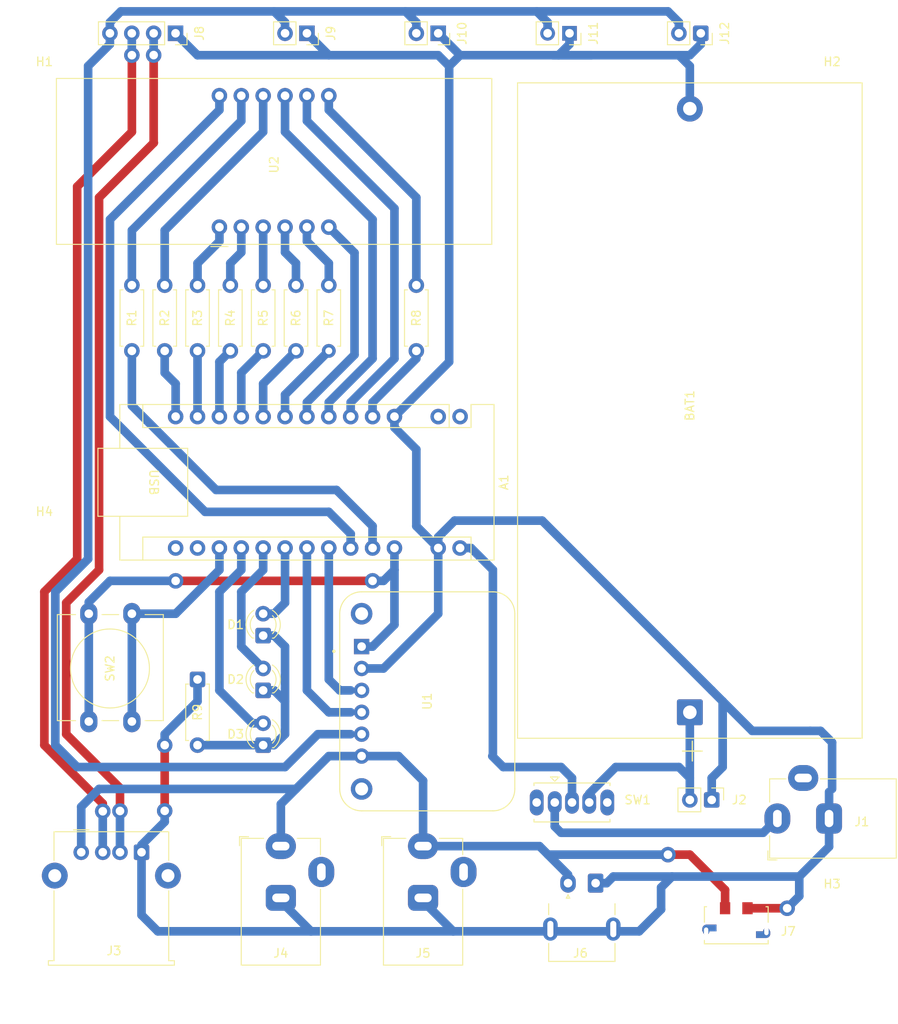
<source format=kicad_pcb>
(kicad_pcb (version 20241229) (generator "pcbnew") (generator_version "9.0")
  (layers (0 "F.Cu" signal) (2 "B.Cu" signal) (13 "F.Paste" user) (15 "B.Paste" user) (5 "F.SilkS" user "F.Silkscreen") (7 "B.SilkS" user "B.Silkscreen") (1 "F.Mask" user) (3 "B.Mask" user) (25 "Edge.Cuts" user))
  (net 0 "")
  (net 1 "I2C_SCL")
  (net 3 "PWR")
  (net 4 "DIG3")
  (net 5 "DIG4")
  (net 7 "Net-(A1-A0)")
  (net 8 "I2C_SDA")
  (net 9 "GND")
  (net 10 "Net-(A1-A1)")
  (net 11 "DIG1")
  (net 12 "Net-(A1-A3)")
  (net 13 "Net-(A1-A2)")
  (net 16 "DIG2")
  (net 17 "5V")
  (net 18 "Net-(BAT1-+)")
  (net 19 "Net-(D1-K)")
  (net 20 "VIN+")
  (net 21 "VIN-")
  (net 22 "DATA1+")
  (net 23 "DATA1-")
  (net 24 "SEG_A")
  (net 25 "SEG_F")
  (net 26 "SEG_B")
  (net 27 "SEG_G")
  (net 28 "SEG_C")
  (net 29 "SEG_P")
  (net 30 "SEG_D")
  (net 31 "SEG_E")
  (net 32 "Net-(U2-a)")
  (net 33 "Net-(U2-b)")
  (net 34 "Net-(U2-c)")
  (net 35 "Net-(U2-d)")
  (net 36 "Net-(U2-e)")
  (net 37 "Net-(U2-f)")
  (net 38 "Net-(U2-g)")
  (net 39 "Net-(U2-DPX)")
  (net 40 "Net-(SW1-A)")
  (footprint "Custom:USB_B_Mini_OTG_THT_Molex_548190519" (layer "F.Cu") (at 161.12 138.19925)
    (property "Reference" "J6" (at 1.44 7.85075 0) (layer "F.SilkS"))
    (property "Value" "USB_B_Mini")
    (pad "1" thru_hole oval (at 0 -0.275) (size 1.8 2.2) (drill 1) (layers "*.Cu" "*.Mask") (net 20 "VIN+"))
    (pad "5" thru_hole roundrect (at 3.2 -0.275) (size 1.8 2.2) (drill 1) (layers "*.Cu" "*.Mask") (roundrect_rratio 0.1388888889) (net 9 "GND"))
    (pad "11" thru_hole oval (at -2.05 5.05) (size 1.1225 2.245) (drill oval 0.7 1.9) (layers "*.Cu"))
    (pad "12" thru_hole oval (at 5.25 5.05) (size 1.1225 2.245) (drill oval 0.7 1.9) (layers "*.Cu"))
    (pad "S1" smd oval (at -2.05 5.05) (size 1.7 2.7) (layers "B.Cu"))
    (pad "S2" smd oval (at 5.25 5.05) (size 1.7 2.7) (layers "B.Cu"))
  )
  (footprint "Custom:INA219_Module_Adafruit" (layer "F.Cu") (at 144.78 116.84 -90)
    (property "Reference" "U1" (at 0 0 90) (layer "F.SilkS"))
    (property "Value" "INA219_Module")
    (pad "1" thru_hole rect (at -6.35 7.62 270) (size 1.778 1.778) (drill 1) (layers "*.Cu" "*.Mask") (net 17 "5V"))
    (pad "2" thru_hole circle (at -3.81 7.62 270) (size 1.778 1.778) (drill 1) (layers "*.Cu" "*.Mask") (net 9 "GND"))
    (pad "3" thru_hole circle (at -1.27 7.62 270) (size 1.778 1.778) (drill 1) (layers "*.Cu" "*.Mask") (net 1 "I2C_SCL"))
    (pad "4" thru_hole circle (at 1.27 7.62 270) (size 1.778 1.778) (drill 1) (layers "*.Cu" "*.Mask") (net 8 "I2C_SDA"))
    (pad "5" thru_hole circle (at 3.81 7.62 270) (size 1.778 1.778) (drill 1) (layers "*.Cu" "*.Mask") (net 21 "VIN-"))
    (pad "6" thru_hole circle (at 6.35 7.62 270) (size 1.778 1.778) (drill 1) (layers "*.Cu" "*.Mask") (net 20 "VIN+"))
    (pad "SH3" thru_hole circle (at -10.16 7.62 270) (size 2.5 2.5) (drill 1.5) (layers "*.Cu" "*.Mask"))
    (pad "SH4" thru_hole circle (at 10.16 7.62 270) (size 2.5 2.5) (drill 1.5) (layers "*.Cu" "*.Mask"))
  )
  (footprint "Connector_PinSocket_2.54mm:PinSocket_1x02_P2.54mm_Vertical" (layer "F.Cu") (at 176.53 39.37 -90)
    (property "Reference" "J12" (at 0 -2.77 90) (layer "F.SilkS"))
    (property "Value" "01x02")
    (pad "1" thru_hole roundrect (at 0 0 270) (size 1.8 1.8) (drill 1) (layers "*.Cu" "*.Mask") (roundrect_rratio 0.1388888889) (net 9 "GND"))
    (pad "2" thru_hole circle (at 0 2.54 270) (size 1.8 1.8) (drill 1) (layers "*.Cu" "*.Mask") (net 21 "VIN-"))
  )
  (footprint "Resistor_THT:R_Axial_DIN0207_L6.3mm_D2.5mm_P7.62mm_Horizontal" (layer "F.Cu") (at 118.11 121.92 90)
    (property "Reference" "R9" (at 3.81 0 90) (layer "F.SilkS"))
    (property "Value" "R1K")
    (pad "1" thru_hole circle (at 0 0 90) (size 1.8 1.8) (drill 1) (layers "*.Cu" "*.Mask") (net 19 "Net-(D1-K)"))
    (pad "2" thru_hole roundrect (at 7.62 0 90) (size 1.8 1.8) (drill 1) (layers "*.Cu" "*.Mask") (roundrect_rratio 0.15625) (net 9 "GND"))
  )
  (footprint "Custom:BatteryHolder_18650_X2" (layer "F.Cu") (at 175.26 118.11 90)
    (property "Reference" "BAT1" (at 35.56 0 90) (layer "F.SilkS"))
    (property "Value" "BAT_18650")
    (fp_text user "+" (at -4.5 0.05 90) (layer "F.SilkS") (effects (font (size 3 3))))
    (pad "" np_thru_hole circle (at 10.16 0 90) (size 3.2 3.2) (drill 3.2) (layers "*.Cu" "*.Mask"))
    (pad "" np_thru_hole circle (at 59.69 0 90) (size 3.2 3.2) (drill 3.2) (layers "*.Cu" "*.Mask"))
    (pad "1" thru_hole roundrect (at 0 0 90) (size 3 3) (drill 1.57) (layers "*.Cu" "*.Mask") (roundrect_rratio 0.083333) (net 18 "Net-(BAT1-+)"))
    (pad "2" thru_hole circle (at 70 0 90) (size 3 3) (drill 1.57) (layers "*.Cu" "*.Mask") (net 9 "GND"))
  )
  (footprint "Connector_PinSocket_2.54mm:PinSocket_1x04_P2.54mm_Vertical" (layer "F.Cu") (at 115.56 39.37 -90)
    (property "Reference" "J8" (at 0 -2.77 90) (layer "F.SilkS"))
    (property "Value" "01x04" (hide yes))
    (pad "1" thru_hole rect (at 0 0 270) (size 1.8 1.8) (drill 1) (layers "*.Cu" "*.Mask") (net 9 "GND"))
    (pad "2" thru_hole circle (at 0 2.54 270) (size 1.8 1.8) (drill 1) (layers "*.Cu" "*.Mask") (net 22 "DATA1+"))
    (pad "3" thru_hole circle (at 0 5.08 270) (size 1.8 1.8) (drill 1) (layers "*.Cu" "*.Mask") (net 23 "DATA1-"))
    (pad "4" thru_hole circle (at 0 7.62 270) (size 1.8 1.8) (drill 1) (layers "*.Cu" "*.Mask") (net 21 "VIN-"))
  )
  (footprint "MountingHole:MountingHole_2mm" (layer "F.Cu") (at 191.77 140.97)
    (property "Reference" "H3" (at 0 -2.95 0) (layer "F.SilkS"))
    (property "Value" "MountingHole")
    (pad "" np_thru_hole circle (at 0 0) (size 2 2) (drill 2) (layers "*.Cu" "*.Mask"))
  )
  (footprint "Resistor_THT:R_Axial_DIN0207_L6.3mm_D2.5mm_P7.62mm_Horizontal" (layer "F.Cu") (at 121.92 76.2 90)
    (property "Reference" "R4" (at 3.81 0 90) (layer "F.SilkS"))
    (property "Value" "R470")
    (pad "1" thru_hole circle (at 0 0 90) (size 1.8 1.8) (drill 1) (layers "*.Cu" "*.Mask") (net 30 "SEG_D"))
    (pad "2" thru_hole circle (at 7.62 0 90) (size 1.8 1.8) (drill 1) (layers "*.Cu" "*.Mask") (net 35 "Net-(U2-d)"))
  )
  (footprint "MountingHole:MountingHole_2mm" (layer "F.Cu") (at 100.33 97.79)
    (property "Reference" "H4" (at 0 -2.95 0) (layer "F.SilkS"))
    (property "Value" "MountingHole")
    (pad "" np_thru_hole circle (at 0 0) (size 2 2) (drill 2) (layers "*.Cu" "*.Mask"))
  )
  (footprint "Button_Switch_THT:SW_PUSH-12mm_Wuerth-430476085716" (layer "F.Cu") (at 110.49 106.68 -90)
    (property "Reference" "SW2" (at 6.35 2.54 270) (layer "F.SilkS"))
    (property "Value" "SW_Push")
    (pad "1" thru_hole oval (at 0 0 270) (size 2.5 2) (drill 1) (layers "*.Cu" "*.Mask") (net 7 "Net-(A1-A0)"))
    (pad "1" thru_hole oval (at 12.5 0 270) (size 2.5 2) (drill 1) (layers "*.Cu" "*.Mask") (net 7 "Net-(A1-A0)"))
    (pad "2" thru_hole oval (at 0 5 270) (size 2.5 2) (drill 1) (layers "*.Cu" "*.Mask") (net 17 "5V"))
    (pad "2" thru_hole oval (at 12.5 5 270) (size 2.5 2) (drill 1) (layers "*.Cu" "*.Mask") (net 17 "5V"))
  )
  (footprint "Custom:Arduino_Nano_v3" (layer "F.Cu") (at 148.59 83.82 -90)
    (property "Reference" "A1" (at 7.62 -5.08 90) (layer "F.SilkS"))
    (property "Value" "Arduino_Nano_v3.x")
    (fp_text user "USB" (at 7.62 35.56 270) (layer "F.SilkS"))
    (pad "1" thru_hole circle (at 0 0 270) (size 1.8 1.8) (drill 1) (layers "*.Cu" "*.Mask"))
    (pad "2" thru_hole circle (at 0 2.54 270) (size 1.8 1.8) (drill 1) (layers "*.Cu" "*.Mask"))
    (pad "4" thru_hole circle (at 0 7.62 270) (size 1.8 1.8) (drill 1) (layers "*.Cu" "*.Mask") (net 9 "GND"))
    (pad "5" thru_hole circle (at 0 10.16 270) (size 1.8 1.8) (drill 1) (layers "*.Cu" "*.Mask") (net 25 "SEG_F"))
    (pad "6" thru_hole circle (at 0 12.7 270) (size 1.8 1.8) (drill 1) (layers "*.Cu" "*.Mask") (net 4 "DIG3"))
    (pad "7" thru_hole circle (at 0 15.24 270) (size 1.8 1.8) (drill 1) (layers "*.Cu" "*.Mask") (net 16 "DIG2"))
    (pad "8" thru_hole circle (at 0 17.78 270) (size 1.8 1.8) (drill 1) (layers "*.Cu" "*.Mask") (net 5 "DIG4"))
    (pad "9" thru_hole circle (at 0 20.32 270) (size 1.8 1.8) (drill 1) (layers "*.Cu" "*.Mask") (net 27 "SEG_G"))
    (pad "10" thru_hole circle (at 0 22.86 270) (size 1.8 1.8) (drill 1) (layers "*.Cu" "*.Mask") (net 28 "SEG_C"))
    (pad "11" thru_hole circle (at 0 25.4 270) (size 1.8 1.8) (drill 1) (layers "*.Cu" "*.Mask") (net 29 "SEG_P"))
    (pad "12" thru_hole circle (at 0 27.94 270) (size 1.8 1.8) (drill 1) (layers "*.Cu" "*.Mask") (net 30 "SEG_D"))
    (pad "13" thru_hole circle (at 0 30.48 270) (size 1.8 1.8) (drill 1) (layers "*.Cu" "*.Mask") (net 31 "SEG_E"))
    (pad "14" thru_hole circle (at 0 33.02 270) (size 1.8 1.8) (drill 1) (layers "*.Cu" "*.Mask") (net 26 "SEG_B"))
    (pad "17" thru_hole circle (at 15.24 33.02 270) (size 1.8 1.8) (drill 1) (layers "*.Cu" "*.Mask"))
    (pad "18" thru_hole circle (at 15.24 30.48 270) (size 1.8 1.8) (drill 1) (layers "*.Cu" "*.Mask"))
    (pad "19" thru_hole circle (at 15.24 27.94 270) (size 1.8 1.8) (drill 1) (layers "*.Cu" "*.Mask") (net 7 "Net-(A1-A0)"))
    (pad "20" thru_hole circle (at 15.24 25.4 270) (size 1.8 1.8) (drill 1) (layers "*.Cu" "*.Mask") (net 10 "Net-(A1-A1)"))
    (pad "21" thru_hole circle (at 15.24 22.86 270) (size 1.8 1.8) (drill 1) (layers "*.Cu" "*.Mask") (net 13 "Net-(A1-A2)"))
    (pad "22" thru_hole circle (at 15.24 20.32 270) (size 1.8 1.8) (drill 1) (layers "*.Cu" "*.Mask") (net 12 "Net-(A1-A3)"))
    (pad "23" thru_hole circle (at 15.24 17.78 270) (size 1.8 1.8) (drill 1) (layers "*.Cu" "*.Mask") (net 8 "I2C_SDA"))
    (pad "24" thru_hole circle (at 15.24 15.24 270) (size 1.8 1.8) (drill 1) (layers "*.Cu" "*.Mask") (net 1 "I2C_SCL"))
    (pad "25" thru_hole circle (at 15.24 12.7 270) (size 1.8 1.8) (drill 1) (layers "*.Cu" "*.Mask") (net 11 "DIG1"))
    (pad "26" thru_hole circle (at 15.24 10.16 270) (size 1.8 1.8) (drill 1) (layers "*.Cu" "*.Mask") (net 24 "SEG_A"))
    (pad "27" thru_hole circle (at 15.24 7.62 270) (size 1.8 1.8) (drill 1) (layers "*.Cu" "*.Mask") (net 17 "5V"))
    (pad "29" thru_hole circle (at 15.24 2.54 270) (size 1.8 1.8) (drill 1) (layers "*.Cu" "*.Mask") (net 9 "GND"))
    (pad "30" thru_hole circle (at 15.24 0 270) (size 1.8 1.8) (drill 1) (layers "*.Cu" "*.Mask") (net 3 "PWR"))
  )
  (footprint "LED_THT:LED_D3.0mm" (layer "F.Cu") (at 125.73 109.22 90)
    (property "Reference" "D1" (at 1.27 -3.2 180) (layer "F.SilkS"))
    (property "Value" "LED" (hide yes))
    (pad "1" thru_hole roundrect (at 0 0 90) (size 1.8 1.8) (drill 1) (layers "*.Cu" "*.Mask") (roundrect_rratio 0.1388888889) (net 19 "Net-(D1-K)"))
    (pad "2" thru_hole circle (at 2.54 0 90) (size 1.8 1.8) (drill 1) (layers "*.Cu" "*.Mask") (net 12 "Net-(A1-A3)"))
  )
  (footprint "Resistor_THT:R_Axial_DIN0207_L6.3mm_D2.5mm_P7.62mm_Horizontal" (layer "F.Cu") (at 114.3 76.2 90)
    (property "Reference" "R2" (at 3.81 0 90) (layer "F.SilkS"))
    (property "Value" "R470")
    (pad "1" thru_hole circle (at 0 0 90) (size 1.8 1.8) (drill 1) (layers "*.Cu" "*.Mask") (net 26 "SEG_B"))
    (pad "2" thru_hole circle (at 7.62 0 90) (size 1.8 1.8) (drill 1) (layers "*.Cu" "*.Mask") (net 37 "Net-(U2-f)"))
  )
  (footprint "Connector_PinSocket_2.54mm:PinSocket_1x02_P2.54mm_Vertical" (layer "F.Cu") (at 146.05 39.37 -90)
    (property "Reference" "J10" (at 0 -2.77 90) (layer "F.SilkS"))
    (property "Value" "01x02" (hide yes))
    (pad "1" thru_hole rect (at 0 0 270) (size 1.8 1.8) (drill 1) (layers "*.Cu" "*.Mask") (net 9 "GND"))
    (pad "2" thru_hole circle (at 0 2.54 270) (size 1.8 1.8) (drill 1) (layers "*.Cu" "*.Mask") (net 21 "VIN-"))
  )
  (footprint "Custom:USB_B_Micro_THT_Amphenol_101181940011LF" (layer "F.Cu") (at 180.65 143.51)
    (property "Reference" "J7" (at 6.04 0 0) (layer "F.SilkS"))
    (property "Value" "USB_B_Micro")
    (pad "1" smd rect (at -1.3 -2.675) (size 1.2 1.4) (layers "F.Cu" "F.Mask" "F.Paste") (net 20 "VIN+"))
    (pad "5" smd rect (at 1.3 -2.675) (size 1.2 1.4) (layers "F.Cu" "F.Mask" "F.Paste") (net 9 "GND"))
    (pad "S2" thru_hole custom (at -3.5 0) (size 0.775 0.9) (drill oval 0.5 1.15) (layers "*.Cu") (options (clearance outline) (anchor circle)) (primitives (gr_poly (pts (xy -0.25 0) (xy -0.445 0) (xy -0.445 -0.275) (xy -0.444 -0.301) (xy -0.442 -0.327) (xy -0.439 -0.353) (xy -0.434 -0.379) (xy -0.428 -0.404) (xy -0.421 -0.43) (xy -0.412 -0.454) (xy -0.402 -0.478) (xy -0.391 -0.502) (xy -0.378 -0.525) (xy -0.364 -0.547) (xy -0.35 -0.569) (xy -0.334 -0.59) (xy -0.317 -0.61) (xy -0.299 -0.629) (xy -0.28 -0.647) (xy -0.26 -0.664) (xy -0.239 -0.68) (xy -0.217 -0.694) (xy -0.195 -0.708) (xy -0.172 -0.721) (xy -0.148 -0.732) (xy -0.124 -0.742) (xy -0.1 -0.751) (xy -0.074 -0.758) (xy -0.049 -0.764) (xy -0.023 -0.769) (xy 0.003 -0.772) (xy 0.029 -0.774) (xy 0.055 -0.775) (xy 1.2 -0.775) (xy 1.2 0) (xy 0.25 0) (xy 0.25 -0.013) (xy 0.249 -0.026) (xy 0.247 -0.039) (xy 0.245 -0.052) (xy 0.241 -0.065) (xy 0.238 -0.077) (xy 0.233 -0.09) (xy 0.228 -0.102) (xy 0.223 -0.113) (xy 0.217 -0.125) (xy 0.21 -0.136) (xy 0.202 -0.147) (xy 0.194 -0.157) (xy 0.186 -0.167) (xy 0.177 -0.177) (xy 0.167 -0.186) (xy 0.157 -0.194) (xy 0.147 -0.202) (xy 0.136 -0.21) (xy 0.125 -0.217) (xy 0.113 -0.223) (xy 0.102 -0.228) (xy 0.09 -0.233) (xy 0.077 -0.238) (xy 0.065 -0.241) (xy 0.052 -0.245) (xy 0.039 -0.247) (xy 0.026 -0.249) (xy 0.013 -0.25) (xy 0 -0.25) (xy -0.013 -0.25) (xy -0.026 -0.249) (xy -0.039 -0.247) (xy -0.052 -0.245) (xy -0.065 -0.241) (xy -0.077 -0.238) (xy -0.09 -0.233) (xy -0.102 -0.228) (xy -0.113 -0.223) (xy -0.125 -0.217) (xy -0.136 -0.21) (xy -0.147 -0.202) (xy -0.157 -0.194) (xy -0.167 -0.186) (xy -0.177 -0.177) (xy -0.186 -0.167) (xy -0.194 -0.157) (xy -0.202 -0.147) (xy -0.21 -0.136) (xy -0.217 -0.125) (xy -0.223 -0.113) (xy -0.228 -0.102) (xy -0.233 -0.09) (xy -0.238 -0.077) (xy -0.241 -0.065) (xy -0.245 -0.052) (xy -0.247 -0.039) (xy -0.249 -0.026) (xy -0.25 -0.013) (xy -0.25 0)) (width 0.01) (fill yes))))
    (pad "S5" thru_hole custom (at 3.5 0) (size 0.775 0.9) (drill oval 0.5 1.15) (layers "*.Cu") (options (clearance outline) (anchor circle)) (primitives (gr_poly (pts (xy 0.25 0) (xy 0.445 0) (xy 0.445 0.275) (xy 0.444 0.301) (xy 0.442 0.327) (xy 0.439 0.353) (xy 0.434 0.379) (xy 0.428 0.404) (xy 0.421 0.43) (xy 0.412 0.454) (xy 0.402 0.478) (xy 0.391 0.502) (xy 0.378 0.525) (xy 0.364 0.547) (xy 0.35 0.569) (xy 0.334 0.59) (xy 0.317 0.61) (xy 0.299 0.629) (xy 0.28 0.647) (xy 0.26 0.664) (xy 0.239 0.68) (xy 0.217 0.694) (xy 0.195 0.708) (xy 0.172 0.721) (xy 0.148 0.732) (xy 0.124 0.742) (xy 0.1 0.751) (xy 0.074 0.758) (xy 0.049 0.764) (xy 0.023 0.769) (xy -0.003 0.772) (xy -0.029 0.774) (xy -0.055 0.775) (xy -1.2 0.775) (xy -1.2 0) (xy -0.25 0) (xy -0.25 0.013) (xy -0.249 0.026) (xy -0.247 0.039) (xy -0.245 0.052) (xy -0.241 0.065) (xy -0.238 0.077) (xy -0.233 0.09) (xy -0.228 0.102) (xy -0.223 0.113) (xy -0.217 0.125) (xy -0.21 0.136) (xy -0.202 0.147) (xy -0.194 0.157) (xy -0.186 0.167) (xy -0.177 0.177) (xy -0.167 0.186) (xy -0.157 0.194) (xy -0.147 0.202) (xy -0.136 0.21) (xy -0.125 0.217) (xy -0.113 0.223) (xy -0.102 0.228) (xy -0.09 0.233) (xy -0.077 0.238) (xy -0.065 0.241) (xy -0.052 0.245) (xy -0.039 0.247) (xy -0.026 0.249) (xy -0.013 0.25) (xy 0 0.25) (xy 0.013 0.25) (xy 0.026 0.249) (xy 0.039 0.247) (xy 0.052 0.245) (xy 0.065 0.241) (xy 0.077 0.238) (xy 0.09 0.233) (xy 0.102 0.228) (xy 0.113 0.223) (xy 0.125 0.217) (xy 0.136 0.21) (xy 0.147 0.202) (xy 0.157 0.194) (xy 0.167 0.186) (xy 0.177 0.177) (xy 0.186 0.167) (xy 0.194 0.157) (xy 0.202 0.147) (xy 0.21 0.136) (xy 0.217 0.125) (xy 0.223 0.113) (xy 0.228 0.102) (xy 0.233 0.09) (xy 0.238 0.077) (xy 0.241 0.065) (xy 0.245 0.052) (xy 0.247 0.039) (xy 0.249 0.026) (xy 0.25 0.013) (xy 0.25 0)) (width 0.01) (fill yes))))
  )
  (footprint "Button_Switch_THT:SW_Slide_SPDT_Straight_CK_OS102011MS2Q" (layer "F.Cu") (at 159.58 128.5675)
    (property "Reference" "SW1" (at 9.62 -0.2975 0) (layer "F.SilkS"))
    (property "Value" "SW_SPDT")
    (pad "" thru_hole oval (at -2.1 0) (size 1.6 3) (drill 1) (layers "*.Cu" "*.Mask"))
    (pad "" thru_hole oval (at 6.1 0) (size 1.6 3) (drill 1) (layers "*.Cu" "*.Mask"))
    (pad "1" thru_hole oval (at 0 0) (size 1.6 2.6) (drill 1) (layers "*.Cu" "*.Mask") (net 40 "Net-(SW1-A)"))
    (pad "2" thru_hole oval (at 2 0) (size 1.6 2.6) (drill 1) (layers "*.Cu" "*.Mask") (net 3 "PWR"))
    (pad "3" thru_hole oval (at 4 0) (size 1.6 2.6) (drill 1) (layers "*.Cu" "*.Mask") (net 18 "Net-(BAT1-+)"))
  )
  (footprint "Resistor_THT:R_Axial_DIN0207_L6.3mm_D2.5mm_P7.62mm_Horizontal" (layer "F.Cu") (at 143.51 76.2 90)
    (property "Reference" "R8" (at 3.81 0 90) (layer "F.SilkS"))
    (property "Value" "R470")
    (pad "1" thru_hole circle (at 0 0 90) (size 1.8 1.8) (drill 1) (layers "*.Cu" "*.Mask") (net 25 "SEG_F"))
    (pad "2" thru_hole circle (at 7.62 0 90) (size 1.8 1.8) (drill 1) (layers "*.Cu" "*.Mask") (net 33 "Net-(U2-b)"))
  )
  (footprint "Connector_BarrelJack:BarrelJack_Horizontal" (layer "F.Cu") (at 144.2925 133.63 90)
    (property "Reference" "J5" (at -12.42 0 180) (layer "F.SilkS"))
    (property "Value" "Jack_DC")
    (pad "1" thru_hole oval (at 0 0 90) (size 3 3.5) (drill oval 1 2) (layers "*.Cu" "*.Mask") (net 20 "VIN+"))
    (pad "2" thru_hole roundrect (at -6 0 90) (size 3 3.5) (drill oval 1 2) (layers "*.Cu" "*.Mask") (net 9 "GND"))
    (pad "3" thru_hole oval (at -3 4.7 90) (size 3.5 3) (drill oval 2 1) (layers "*.Cu" "*.Mask"))
  )
  (footprint "Connector_USB:USB_A_Molex_67643_Horizontal" (layer "F.Cu") (at 104.61 134.34)
    (property "Reference" "J3" (at 3.81 11.43 0) (layer "F.SilkS"))
    (property "Value" "USB_A")
    (pad "1" thru_hole circle (at 0 0) (size 1.8 1.8) (drill 1) (layers "*.Cu" "*.Mask") (net 20 "VIN+"))
    (pad "2" thru_hole circle (at 2.5 0) (size 1.8 1.8) (drill 1) (layers "*.Cu" "*.Mask") (net 23 "DATA1-"))
    (pad "3" thru_hole circle (at 4.5 0) (size 1.8 1.8) (drill 1) (layers "*.Cu" "*.Mask") (net 22 "DATA1+"))
    (pad "4" thru_hole roundrect (at 7 0) (size 1.8 1.8) (drill 1) (layers "*.Cu" "*.Mask") (roundrect_rratio 0.1388888889) (net 9 "GND"))
    (pad "5" thru_hole circle (at -3.07 2.71) (size 3 3) (drill 1.5) (layers "*.Cu" "*.Mask"))
    (pad "5" thru_hole circle (at 10.07 2.71) (size 3 3) (drill 1.5) (layers "*.Cu" "*.Mask"))
  )
  (footprint "Resistor_THT:R_Axial_DIN0207_L6.3mm_D2.5mm_P7.62mm_Horizontal" (layer "F.Cu") (at 125.73 76.2 90)
    (property "Reference" "R5" (at 3.81 0 90) (layer "F.SilkS"))
    (property "Value" "R470")
    (pad "1" thru_hole circle (at 0 0 90) (size 1.8 1.8) (drill 1) (layers "*.Cu" "*.Mask") (net 29 "SEG_P"))
    (pad "2" thru_hole circle (at 7.62 0 90) (size 1.8 1.8) (drill 1) (layers "*.Cu" "*.Mask") (net 39 "Net-(U2-DPX)"))
  )
  (footprint "MountingHole:MountingHole_2mm" (layer "F.Cu") (at 100.33 39.37)
    (property "Reference" "H1" (at 0 3.3 0) (layer "F.SilkS"))
    (property "Value" "MountingHole")
    (pad "" np_thru_hole circle (at 0 0) (size 2 2) (drill 2) (layers "*.Cu" "*.Mask"))
  )
  (footprint "Connector_BarrelJack:BarrelJack_Horizontal" (layer "F.Cu") (at 127.7825 133.63 90)
    (property "Reference" "J4" (at -12.42 0 180) (layer "F.SilkS"))
    (property "Value" "Jack_DC")
    (pad "1" thru_hole oval (at 0 0 90) (size 3 3.5) (drill oval 1 2) (layers "*.Cu" "*.Mask") (net 20 "VIN+"))
    (pad "2" thru_hole roundrect (at -6 0 90) (size 3 3.5) (drill oval 1 2) (layers "*.Cu" "*.Mask") (net 9 "GND"))
    (pad "3" thru_hole oval (at -3 4.7 90) (size 3.5 3) (drill oval 2 1) (layers "*.Cu" "*.Mask"))
  )
  (footprint "Resistor_THT:R_Axial_DIN0207_L6.3mm_D2.5mm_P7.62mm_Horizontal" (layer "F.Cu") (at 133.35 76.2 90)
    (property "Reference" "R7" (at 3.81 0 90) (layer "F.SilkS"))
    (property "Value" "R470")
    (pad "1" thru_hole circle (at 0 0 90) (size 1.6 1.6) (drill 0.8) (layers "*.Cu" "*.Mask") (net 27 "SEG_G"))
    (pad "2" thru_hole circle (at 7.62 0 90) (size 1.8 1.8) (drill 1) (layers "*.Cu" "*.Mask") (net 38 "Net-(U2-g)"))
  )
  (footprint "Connector_PinSocket_2.54mm:PinSocket_1x02_P2.54mm_Vertical" (layer "F.Cu") (at 161.29 39.37 -90)
    (property "Reference" "J11" (at 0 -2.77 90) (layer "F.SilkS"))
    (property "Value" "01x02")
    (pad "1" thru_hole rect (at 0 0 270) (size 1.7 1.7) (drill 1) (layers "*.Cu" "*.Mask") (net 9 "GND"))
    (pad "2" thru_hole circle (at 0 2.54 270) (size 1.7 1.7) (drill 1) (layers "*.Cu" "*.Mask") (net 21 "VIN-"))
  )
  (footprint "Connector_PinSocket_2.54mm:PinSocket_1x02_P2.54mm_Vertical" (layer "F.Cu") (at 130.81 39.37 -90)
    (property "Reference" "J9" (at 0 -2.77 90) (layer "F.SilkS"))
    (property "Value" "01x02" (hide yes))
    (pad "1" thru_hole rect (at 0 0 270) (size 1.8 1.8) (drill 1) (layers "*.Cu" "*.Mask") (net 9 "GND"))
    (pad "2" thru_hole circle (at 0 2.54 270) (size 1.8 1.8) (drill 1) (layers "*.Cu" "*.Mask") (net 21 "VIN-"))
  )
  (footprint "Connector_BarrelJack:BarrelJack_Horizontal" (layer "F.Cu") (at 185.42 130.43 180)
    (property "Reference" "J1" (at -9.81 -0.38 0) (layer "F.SilkS"))
    (property "Value" "Jack_DC")
    (pad "1" thru_hole oval (at 0 0 180) (size 3 3.5) (drill oval 1 2) (layers "*.Cu" "*.Mask") (net 40 "Net-(SW1-A)"))
    (pad "2" thru_hole roundrect (at -6 0 180) (size 3 3.5) (drill oval 1 2) (layers "*.Cu" "*.Mask") (net 9 "GND"))
    (pad "3" thru_hole oval (at -3 4.7 180) (size 3.5 3) (drill oval 2 1) (layers "*.Cu" "*.Mask"))
  )
  (footprint "Connector_PinHeader_2.54mm:PinHeader_1x02_P2.54mm_Vertical" (layer "F.Cu") (at 177.8 128.27 -90)
    (property "Reference" "J2" (at 0 -3.2 180) (layer "F.SilkS"))
    (property "Value" "01x02")
    (pad "1" thru_hole roundrect (at 0 0 270) (size 1.8 1.8) (drill 1) (layers "*.Cu" "*.Mask") (roundrect_rratio 0.1388888889) (net 9 "GND"))
    (pad "2" thru_hole circle (at 0 2.54 270) (size 1.8 1.8) (drill 1) (layers "*.Cu" "*.Mask") (net 18 "Net-(BAT1-+)"))
  )
  (footprint "Resistor_THT:R_Axial_DIN0207_L6.3mm_D2.5mm_P7.62mm_Horizontal" (layer "F.Cu") (at 118.11 76.2 90)
    (property "Reference" "R3" (at 3.81 0 90) (layer "F.SilkS"))
    (property "Value" "R470")
    (pad "1" thru_hole circle (at 0 0 90) (size 1.8 1.8) (drill 1) (layers "*.Cu" "*.Mask") (net 31 "SEG_E"))
    (pad "2" thru_hole circle (at 7.62 0 90) (size 1.8 1.8) (drill 1) (layers "*.Cu" "*.Mask") (net 36 "Net-(U2-e)"))
  )
  (footprint "LED_THT:LED_D3.0mm" (layer "F.Cu") (at 125.73 121.92 90)
    (property "Reference" "D3" (at 1.27 -3.2 180) (layer "F.SilkS"))
    (property "Value" "LED" (hide yes))
    (pad "1" thru_hole roundrect (at 0 0 90) (size 1.8 1.8) (drill 1) (layers "*.Cu" "*.Mask") (roundrect_rratio 0.1388888889) (net 19 "Net-(D1-K)"))
    (pad "2" thru_hole circle (at 2.54 0 90) (size 1.8 1.8) (drill 1) (layers "*.Cu" "*.Mask") (net 10 "Net-(A1-A1)"))
  )
  (footprint "LED_THT:LED_D3.0mm" (layer "F.Cu") (at 125.73 115.57 90)
    (property "Reference" "D2" (at 1.27 -3.2 180) (layer "F.SilkS"))
    (property "Value" "LED" (hide yes))
    (pad "1" thru_hole roundrect (at 0 0 90) (size 1.8 1.8) (drill 1) (layers "*.Cu" "*.Mask") (roundrect_rratio 0.1388888889) (net 19 "Net-(D1-K)"))
    (pad "2" thru_hole circle (at 2.54 0 90) (size 1.8 1.8) (drill 1) (layers "*.Cu" "*.Mask") (net 13 "Net-(A1-A2)"))
  )
  (footprint "MountingHole:MountingHole_2mm" (layer "F.Cu") (at 191.77 39.37)
    (property "Reference" "H2" (at 0 3.3 0) (layer "F.SilkS"))
    (property "Value" "MountingHole")
    (pad "" np_thru_hole circle (at 0 0) (size 2 2) (drill 2) (layers "*.Cu" "*.Mask"))
  )
  (footprint "Resistor_THT:R_Axial_DIN0207_L6.3mm_D2.5mm_P7.62mm_Horizontal" (layer "F.Cu") (at 110.49 76.2 90)
    (property "Reference" "R1" (at 3.81 0 90) (layer "F.SilkS"))
    (property "Value" "R470")
    (pad "1" thru_hole circle (at 0 0 90) (size 1.8 1.8) (drill 1) (layers "*.Cu" "*.Mask") (net 24 "SEG_A"))
    (pad "2" thru_hole circle (at 7.62 0 90) (size 1.8 1.8) (drill 1) (layers "*.Cu" "*.Mask") (net 32 "Net-(U2-a)"))
  )
  (footprint "Resistor_THT:R_Axial_DIN0207_L6.3mm_D2.5mm_P7.62mm_Horizontal" (layer "F.Cu") (at 129.54 76.2 90)
    (property "Reference" "R6" (at 3.81 0 90) (layer "F.SilkS"))
    (property "Value" "R470")
    (pad "1" thru_hole circle (at 0 0 90) (size 1.8 1.8) (drill 1) (layers "*.Cu" "*.Mask") (net 28 "SEG_C"))
    (pad "2" thru_hole circle (at 7.62 0 90) (size 1.8 1.8) (drill 1) (layers "*.Cu" "*.Mask") (net 34 "Net-(U2-c)"))
  )
  (footprint "Display_7Segment:CA56-12CGKWA" (layer "F.Cu") (at 120.65 61.85 90)
    (property "Reference" "U2" (at 7.24 6.35 90) (layer "F.SilkS"))
    (property "Value" "CA56-12CGKWA")
    (pad "1" thru_hole circle (at 0 0 90) (size 1.8 1.8) (drill 1) (layers "*.Cu" "*.Mask") (net 36 "Net-(U2-e)"))
    (pad "2" thru_hole circle (at 0 2.54 90) (size 1.8 1.8) (drill 1) (layers "*.Cu" "*.Mask") (net 35 "Net-(U2-d)"))
    (pad "3" thru_hole circle (at 0 5.08 90) (size 1.8 1.8) (drill 1) (layers "*.Cu" "*.Mask") (net 39 "Net-(U2-DPX)"))
    (pad "4" thru_hole circle (at 0 7.62 90) (size 1.8 1.8) (drill 1) (layers "*.Cu" "*.Mask") (net 34 "Net-(U2-c)"))
    (pad "5" thru_hole circle (at 0 10.16 90) (size 1.8 1.8) (drill 1) (layers "*.Cu" "*.Mask") (net 38 "Net-(U2-g)"))
    (pad "6" thru_hole circle (at 0 12.7 90) (size 1.8 1.8) (drill 1) (layers "*.Cu" "*.Mask") (net 5 "DIG4"))
    (pad "7" thru_hole circle (at 15.24 12.7 90) (size 1.8 1.8) (drill 1) (layers "*.Cu" "*.Mask") (net 33 "Net-(U2-b)"))
    (pad "8" thru_hole circle (at 15.24 10.16 90) (size 1.8 1.8) (drill 1) (layers "*.Cu" "*.Mask") (net 4 "DIG3"))
    (pad "9" thru_hole circle (at 15.24 7.62 90) (size 1.8 1.8) (drill 1) (layers "*.Cu" "*.Mask") (net 16 "DIG2"))
    (pad "10" thru_hole circle (at 15.24 5.08 90) (size 1.8 1.8) (drill 1) (layers "*.Cu" "*.Mask") (net 37 "Net-(U2-f)"))
    (pad "11" thru_hole circle (at 15.24 2.54 90) (size 1.8 1.8) (drill 1) (layers "*.Cu" "*.Mask") (net 32 "Net-(U2-a)"))
    (pad "12" thru_hole circle (at 15.24 0 90) (size 1.8 1.8) (drill 1) (layers "*.Cu" "*.Mask") (net 11 "DIG1"))
  )
  (segment (start 133.35 114.3) (end 133.35 99.06) (width 1) (layer "B.Cu") (net 1))
  (segment (start 135.89 115.57) (end 134.62 115.57) (width 1) (layer "B.Cu") (net 1))
  (segment (start 134.62 115.57) (end 133.35 114.3) (width 1) (layer "B.Cu") (net 1))
  (segment (start 153.595 124.46) (end 152.325 123.19) (width 1) (layer "B.Cu") (net 3))
  (segment (start 152.4 123.19) (end 152.4 101.6) (width 1) (layer "B.Cu") (net 3))
  (segment (start 149.86 99.06) (end 148.59 99.06) (width 1) (layer "B.Cu") (net 3))
  (segment (start 161.58 128.5675) (end 161.58 125.73) (width 1) (layer "B.Cu") (net 3))
  (segment (start 161.58 125.73) (end 160.31 124.46) (width 1) (layer "B.Cu") (net 3))
  (segment (start 153.595 124.46) (end 160.31 124.46) (width 1) (layer "B.Cu") (net 3))
  (segment (start 152.4 101.6) (end 149.86 99.06) (width 1) (layer "B.Cu") (net 3))
  (segment (start 135.89 83.82) (end 135.89 82.17) (width 1) (layer "B.Cu") (net 4))
  (segment (start 135.89 82.17) (end 140.97 77.09) (width 1) (layer "B.Cu") (net 4))
  (segment (start 130.81 49.53) (end 130.81 46.61) (width 1) (layer "B.Cu") (net 4))
  (segment (start 140.97 77.09) (end 140.97 59.69) (width 1) (layer "B.Cu") (net 4))
  (segment (start 140.97 59.69) (end 130.81 49.53) (width 1) (layer "B.Cu") (net 4))
  (segment (start 133.35 61.85) (end 136.335 64.835) (width 1) (layer "B.Cu") (net 5))
  (segment (start 130.81 83.82) (end 130.81 82.17) (width 1) (layer "B.Cu") (net 5))
  (segment (start 130.81 82.17) (end 136.335 76.645) (width 1) (layer "B.Cu") (net 5))
  (segment (start 136.335 64.835) (end 136.335 76.645) (width 1) (layer "B.Cu") (net 5))
  (segment (start 120.65 99.95) (end 120.65 101.6) (width 1) (layer "B.Cu") (net 7))
  (segment (start 110.49 106.68) (end 115.57 106.68) (width 1) (layer "B.Cu") (net 7))
  (segment (start 110.49 119.18) (end 110.49 106.68) (width 1) (layer "B.Cu") (net 7))
  (segment (start 120.65 101.6) (end 115.57 106.68) (width 1) (layer "B.Cu") (net 7))
  (segment (start 135.89 118.11) (end 133.35 118.11) (width 1) (layer "B.Cu") (net 8))
  (segment (start 130.81 115.57) (end 130.81 99.95) (width 1) (layer "B.Cu") (net 8))
  (segment (start 133.35 118.11) (end 130.81 115.57) (width 1) (layer "B.Cu") (net 8))
  (segment (start 114.3 121.92) (end 114.3 129.54) (width 1) (layer "F.Cu") (net 9))
  (segment (start 181.95 140.835) (end 186.555 140.835) (width 1) (layer "F.Cu") (net 9))
  (via (at 114.3 121.92) (size 1.8) (drill 1) (layers "F.Cu" "B.Cu") (net 9))
  (via (at 186.555 140.835) (size 1.8) (drill 1) (layers "F.Cu" "B.Cu") (net 9))
  (via (at 114.3 129.54) (size 1.8) (drill 1) (layers "F.Cu" "B.Cu") (net 9))
  (segment (start 191.77 127) (end 191.77 121.605) (width 1) (layer "B.Cu") (net 9))
  (segment (start 131.28 143.51) (end 147.79 143.51) (width 1) (layer "B.Cu") (net 9))
  (segment (start 146.05 99.06) (end 143.51 96.52) (width 1) (layer "B.Cu") (net 9))
  (segment (start 139.7 113.03) (end 146.05 106.68) (width 1) (layer "B.Cu") (net 9))
  (segment (start 111.61 133.5) (end 111.61 134.34) (width 1) (layer "B.Cu") (net 9))
  (segment (start 166.37 137.16) (end 165.60575 137.92425) (width 1) (layer "B.Cu") (net 9))
  (segment (start 146.05 106.68) (end 146.05 99.06) (width 1) (layer "B.Cu") (net 9))
  (segment (start 143.51 87.63) (end 140.97 85.09) (width 1) (layer "B.Cu") (net 9))
  (segment (start 175.26 48.11) (end 175.26 43.18) (width 1) (layer "B.Cu") (net 9))
  (segment (start 143.51 96.52) (end 143.51 87.63) (width 1) (layer "B.Cu") (net 9))
  (segment (start 176.53 40.64) (end 175.26 41.91) (width 1) (layer "B.Cu") (net 9))
  (segment (start 137.16 113.03) (end 139.7 113.03) (width 1) (layer "B.Cu") (net 9))
  (segment (start 111.61 134.62) (end 111.61 141.62) (width 1) (layer "B.Cu") (net 9))
  (segment (start 179.07 124.46) (end 179.07 116.84) (width 1) (layer "B.Cu") (net 9))
  (segment (start 161.29 39.37) (end 161.29 40.64) (width 1) (layer "B.Cu") (net 9))
  (segment (start 173.99 41.91) (end 175.26 41.91) (width 1) (layer "B.Cu") (net 9))
  (segment (start 191.77 121.605) (end 190.435 120.27) (width 1) (layer "B.Cu") (net 9))
  (segment (start 173.19 137.16) (end 187.96 137.16) (width 1) (layer "B.Cu") (net 9))
  (segment (start 190.435 120.27) (end 189.23 120.27) (width 1) (layer "B.Cu") (net 9))
  (segment (start 114.3 120.65) (end 118.11 116.84) (width 1) (layer "B.Cu") (net 9))
  (segment (start 118.1 41.91) (end 146.05 41.91) (width 1) (layer "B.Cu") (net 9))
  (segment (start 191.42 130.43) (end 191.42 127.35) (width 1) (layer "B.Cu") (net 9))
  (segment (start 187.96 137.16) (end 191.42 133.7) (width 1) (layer "B.Cu") (net 9))
  (segment (start 115.56 39.37) (end 118.1 41.91) (width 1) (layer "B.Cu") (net 9))
  (segment (start 114.3 121.92) (end 114.3 120.65) (width 1) (layer "B.Cu") (net 9))
  (segment (start 189.23 120.27) (end 182.5 120.27) (width 1) (layer "B.Cu") (net 9))
  (segment (start 177.8 125.73) (end 179.07 124.46) (width 1) (layer "B.Cu") (net 9))
  (segment (start 144.2925 140.0125) (end 147.79 143.51) (width 1) (layer "B.Cu") (net 9))
  (segment (start 171.92 140.97) (end 171.92 138.43) (width 1) (layer "B.Cu") (net 9))
  (segment (start 165.60575 137.92425) (end 164.32 137.92425) (width 1) (layer "B.Cu") (net 9))
  (segment (start 177.8 115.57) (end 158.115 95.885) (width 1) (layer "B.Cu") (net 9))
  (segment (start 187.96 139.43) (end 187.96 137.16) (width 1) (layer "B.Cu") (net 9))
  (segment (start 182.5 120.27) (end 179.07 116.84) (width 1) (layer "B.Cu") (net 9))
  (segment (start 147.32 43.18) (end 147.32 77.47) (width 1) (layer "B.Cu") (net 9))
  (segment (start 179.07 116.84) (end 177.8 115.57) (width 1) (layer "B.Cu") (net 9))
  (segment (start 186.555 140.835) (end 187.96 139.43) (width 1) (layer "B.Cu") (net 9))
  (segment (start 146.05 97.79) (end 146.05 99.06) (width 1) (layer "B.Cu") (net 9))
  (segment (start 169.38 143.51) (end 171.92 140.97) (width 1) (layer "B.Cu") (net 9))
  (segment (start 146.05 39.37) (end 148.59 41.91) (width 1) (layer "B.Cu") (net 9))
  (segment (start 118.11 116.84) (end 118.11 114.3) (width 1) (layer "B.Cu") (net 9))
  (segment (start 159.385 41.91) (end 173.99 41.91) (width 1) (layer "B.Cu") (net 9))
  (segment (start 113.5 143.51) (end 131.28 143.51) (width 1) (layer "B.Cu") (net 9))
  (segment (start 140.97 85.09) (end 140.97 83.82) (width 1) (layer "B.Cu") (net 9))
  (segment (start 114.3 130.81) (end 111.61 133.5) (width 1) (layer "B.Cu") (net 9))
  (segment (start 177.8 128.27) (end 177.8 125.73) (width 1) (layer "B.Cu") (net 9))
  (segment (start 175.26 43.18) (end 173.99 41.91) (width 1) (layer "B.Cu") (net 9))
  (segment (start 130.81 39.37) (end 133.35 41.91) (width 1) (layer "B.Cu") (net 9))
  (segment (start 147.32 77.47) (end 140.97 83.82) (width 1) (layer "B.Cu") (net 9))
  (segment (start 173.19 137.16) (end 166.37 137.16) (width 1) (layer "B.Cu") (net 9))
  (segment (start 163.83 41.91) (end 148.59 41.91) (width 1) (layer "B.Cu") (net 9))
  (segment (start 147.79 143.51) (end 169.38 143.51) (width 1) (layer "B.Cu") (net 9))
  (segment (start 176.53 39.37) (end 176.53 40.64) (width 1) (layer "B.Cu") (net 9))
  (segment (start 147.955 95.885) (end 158.115 95.885) (width 1) (layer "B.Cu") (net 9))
  (segment (start 147.32 43.18) (end 146.05 41.91) (width 1) (layer "B.Cu") (net 9))
  (segment (start 147.955 95.885) (end 146.05 97.79) (width 1) (layer "B.Cu") (net 9))
  (segment (start 114.3 129.54) (end 114.3 130.81) (width 1) (layer "B.Cu") (net 9))
  (segment (start 161.29 40.64) (end 160.02 41.91) (width 1) (layer "B.Cu") (net 9))
  (segment (start 127.7825 140.0125) (end 131.28 143.51) (width 1) (layer "B.Cu") (net 9))
  (segment (start 191.42 133.7) (end 191.42 130.43) (width 1) (layer "B.Cu") (net 9))
  (segment (start 171.92 138.43) (end 173.19 137.16) (width 1) (layer "B.Cu") (net 9))
  (segment (start 148.59 41.91) (end 147.32 43.18) (width 1) (layer "B.Cu") (net 9))
  (segment (start 111.61 141.62) (end 113.5 143.51) (width 1) (layer "B.Cu") (net 9))
  (segment (start 120.65 115.57) (end 120.65 104.14) (width 1) (layer "B.Cu") (net 10))
  (segment (start 124.46 119.38) (end 120.65 115.57) (width 1) (layer "B.Cu") (net 10))
  (segment (start 125.73 119.38) (end 124.46 119.38) (width 1) (layer "B.Cu") (net 10))
  (segment (start 123.19 101.6) (end 123.19 99.06) (width 1) (layer "B.Cu") (net 10))
  (segment (start 120.65 104.14) (end 123.19 101.6) (width 1) (layer "B.Cu") (net 10))
  (segment (start 107.95 83.82) (end 119 94.87) (width 1) (layer "B.Cu") (net 11))
  (segment (start 120.65 48.26) (end 107.95 60.96) (width 1) (layer "B.Cu") (net 11))
  (segment (start 119 94.87) (end 133.35 94.87) (width 1) (layer "B.Cu") (net 11))
  (segment (start 107.95 60.96) (end 107.95 83.82) (width 1) (layer "B.Cu") (net 11))
  (segment (start 133.35 94.87) (end 135.89 97.41) (width 1) (layer "B.Cu") (net 11))
  (segment (start 135.89 99.06) (end 135.89 97.41) (width 1) (layer "B.Cu") (net 11))
  (segment (start 120.65 46.61) (end 120.65 48.26) (width 1) (layer "B.Cu") (net 11))
  (segment (start 125.73 106.68) (end 127 106.68) (width 1) (layer "B.Cu") (net 12))
  (segment (start 127 106.68) (end 128.27 105.41) (width 1) (layer "B.Cu") (net 12))
  (segment (start 128.27 105.41) (end 128.27 99.06) (width 1) (layer "B.Cu") (net 12))
  (segment (start 125.73 113.03) (end 123.19 110.49) (width 1) (layer "B.Cu") (net 13))
  (segment (start 125.73 99.06) (end 125.73 101.6) (width 1) (layer "B.Cu") (net 13))
  (segment (start 123.19 104.14) (end 123.19 110.49) (width 1) (layer "B.Cu") (net 13))
  (segment (start 125.73 101.6) (end 123.19 104.14) (width 1) (layer "B.Cu") (net 13))
  (segment (start 138.43 77.09) (end 138.43 60.96) (width 1) (layer "B.Cu") (net 16))
  (segment (start 133.35 82.17) (end 138.43 77.09) (width 1) (layer "B.Cu") (net 16))
  (segment (start 128.27 50.8) (end 128.27 46.61) (width 1) (layer "B.Cu") (net 16))
  (segment (start 138.43 60.96) (end 128.27 50.8) (width 1) (layer "B.Cu") (net 16))
  (segment (start 133.35 83.82) (end 133.35 82.17) (width 1) (layer "B.Cu") (net 16))
  (segment (start 138.43 102.87) (end 115.57 102.87) (width 1) (layer "F.Cu") (net 17))
  (via (at 115.57 102.87) (size 1.8) (drill 1) (layers "F.Cu" "B.Cu") (net 17))
  (via (at 138.43 102.87) (size 1.8) (drill 1) (layers "F.Cu" "B.Cu") (net 17))
  (segment (start 140.97 107.95) (end 140.97 101.6) (width 1) (layer "B.Cu") (net 17))
  (segment (start 139.7 102.87) (end 138.43 102.87) (width 1) (layer "B.Cu") (net 17))
  (segment (start 105.49 106.68) (end 105.49 105.33) (width 1) (layer "B.Cu") (net 17))
  (segment (start 140.97 101.6) (end 140.97 99.95) (width 1) (layer "B.Cu") (net 17))
  (segment (start 105.49 119.18) (end 105.49 106.68) (width 1) (layer "B.Cu") (net 17))
  (segment (start 105.49 105.33) (end 107.95 102.87) (width 1) (layer "B.Cu") (net 17))
  (segment (start 140.97 101.6) (end 139.7 102.87) (width 1) (layer "B.Cu") (net 17))
  (segment (start 138.43 110.49) (end 140.97 107.95) (width 1) (layer "B.Cu") (net 17))
  (segment (start 115.57 102.87) (end 107.95 102.87) (width 1) (layer "B.Cu") (net 17))
  (segment (start 137.16 110.49) (end 138.43 110.49) (width 1) (layer "B.Cu") (net 17))
  (segment (start 173.99 124.46) (end 166.66 124.46) (width 1) (layer "B.Cu") (net 18))
  (segment (start 175.26 125.73) (end 173.99 124.46) (width 1) (layer "B.Cu") (net 18))
  (segment (start 166.66 124.46) (end 163.58 127.54) (width 1) (layer "B.Cu") (net 18))
  (segment (start 175.26 125.73) (end 175.26 118.11) (width 1) (layer "B.Cu") (net 18))
  (segment (start 175.26 128.27) (end 175.26 125.73) (width 1) (layer "B.Cu") (net 18))
  (segment (start 127 121.92) (end 128.27 120.65) (width 1) (layer "B.Cu") (net 19))
  (segment (start 127 115.57) (end 128.27 116.84) (width 1) (layer "B.Cu") (net 19))
  (segment (start 125.73 109.22) (end 127 109.22) (width 1) (layer "B.Cu") (net 19))
  (segment (start 125.73 115.57) (end 127 115.57) (width 1) (layer "B.Cu") (net 19))
  (segment (start 128.27 120.65) (end 128.27 116.84) (width 1) (layer "B.Cu") (net 19))
  (segment (start 128.27 110.49) (end 128.27 116.84) (width 1) (layer "B.Cu") (net 19))
  (segment (start 127 109.22) (end 128.27 110.49) (width 1) (layer "B.Cu") (net 19))
  (segment (start 118.11 121.92) (end 125.73 121.92) (width 1) (layer "B.Cu") (net 19))
  (segment (start 125.73 121.92) (end 127 121.92) (width 1) (layer "B.Cu") (net 19))
  (segment (start 175.26 134.62) (end 172.72 134.62) (width 1) (layer "F.Cu") (net 20))
  (segment (start 179.35 140.835) (end 179.35 138.71) (width 1) (layer "F.Cu") (net 20))
  (segment (start 179.35 138.71) (end 175.26 134.62) (width 1) (layer "F.Cu") (net 20))
  (via (at 172.72 134.62) (size 1.8) (drill 1) (layers "F.Cu" "B.Cu") (net 20))
  (segment (start 144.2925 133.63) (end 144.2925 126.0425) (width 1) (layer "B.Cu") (net 20))
  (segment (start 127.7825 133.63) (end 127.7825 128.7575) (width 1) (layer "B.Cu") (net 20))
  (segment (start 127.7825 128.7575) (end 129.54 127) (width 1) (layer "B.Cu") (net 20))
  (segment (start 104.61 129.07) (end 106.68 127) (width 1) (layer "B.Cu") (net 20))
  (segment (start 161.12 136.94825) (end 158.79175 134.62) (width 1) (layer "B.Cu") (net 20))
  (segment (start 144.2925 126.0425) (end 141.44 123.19) (width 1) (layer "B.Cu") (net 20))
  (segment (start 172.72 134.62) (end 158.79175 134.62) (width 1) (layer "B.Cu") (net 20))
  (segment (start 133.35 123.19) (end 129.54 127) (width 1) (layer "B.Cu") (net 20))
  (segment (start 104.61 134.34) (end 104.61 129.07) (width 1) (layer "B.Cu") (net 20))
  (segment (start 161.12 137.92425) (end 161.12 136.94825) (width 1) (layer "B.Cu") (net 20))
  (segment (start 141.44 123.19) (end 133.35 123.19) (width 1) (layer "B.Cu") (net 20))
  (segment (start 144.2925 133.63) (end 157.80175 133.63) (width 1) (layer "B.Cu") (net 20))
  (segment (start 106.68 127) (end 129.54 127) (width 1) (layer "B.Cu") (net 20))
  (segment (start 158.79175 134.62) (end 157.80175 133.63) (width 1) (layer "B.Cu") (net 20))
  (segment (start 158.75 39.37) (end 158.75 38.1) (width 1) (layer "B.Cu") (net 21))
  (segment (start 105.41 43.17) (end 107.94 40.64) (width 1) (layer "B.Cu") (net 21))
  (segment (start 132.08 120.65) (end 128.27 124.46) (width 1) (layer "B.Cu") (net 21))
  (segment (start 107.94 40.64) (end 107.94 39.37) (width 1) (layer "B.Cu") (net 21))
  (segment (start 143.51 38.1) (end 142.24 36.83) (width 1) (layer "B.Cu") (net 21))
  (segment (start 128.27 124.46) (end 104.14 124.46) (width 1) (layer "B.Cu") (net 21))
  (segment (start 128.27 39.37) (end 128.27 38.1) (width 1) (layer "B.Cu") (net 21))
  (segment (start 135.89 120.65) (end 132.08 120.65) (width 1) (layer "B.Cu") (net 21))
  (segment (start 128.27 38.1) (end 127 36.83) (width 1) (layer "B.Cu") (net 21))
  (segment (start 104.14 124.46) (end 101.6 121.92) (width 1) (layer "B.Cu") (net 21))
  (segment (start 107.94 38.1) (end 107.94 39.37) (width 1) (layer "B.Cu") (net 21))
  (segment (start 158.75 38.1) (end 157.48 36.83) (width 1) (layer "B.Cu") (net 21))
  (segment (start 173.99 38.1) (end 172.72 36.83) (width 1) (layer "B.Cu") (net 21))
  (segment (start 105.41 100.33) (end 105.41 43.17) (width 1) (layer "B.Cu") (net 21))
  (segment (start 101.6 121.92) (end 101.6 104.14) (width 1) (layer "B.Cu") (net 21))
  (segment (start 101.6 104.14) (end 105.41 100.33) (width 1) (layer "B.Cu") (net 21))
  (segment (start 143.51 39.37) (end 143.51 38.1) (width 1) (layer "B.Cu") (net 21))
  (segment (start 173.99 39.37) (end 173.99 38.1) (width 1) (layer "B.Cu") (net 21))
  (segment (start 109.21 36.83) (end 107.94 38.1) (width 1) (layer "B.Cu") (net 21))
  (segment (start 109.21 36.83) (end 172.72 36.83) (width 1) (layer "B.Cu") (net 21))
  (segment (start 109.11 129.557) (end 109.11 126.89) (width 1) (layer "F.Cu") (net 22))
  (segment (start 102.87 120.65) (end 102.87 105.41) (width 1) (layer "F.Cu") (net 22))
  (segment (start 102.87 105.41) (end 106.68 101.6) (width 1) (layer "F.Cu") (net 22))
  (segment (start 113.02 52.06) (end 113.02 41.9) (width 1) (layer "F.Cu") (net 22))
  (segment (start 106.68 58.42) (end 113.03 52.07) (width 1) (layer "F.Cu") (net 22))
  (segment (start 113.03 52.07) (end 113.02 52.06) (width 1) (layer "F.Cu") (net 22))
  (segment (start 109.11 126.89) (end 102.87 120.65) (width 1) (layer "F.Cu") (net 22))
  (segment (start 106.68 101.6) (end 106.68 58.42) (width 1) (layer "F.Cu") (net 22))
  (via (at 109.11 129.557) (size 1.8) (drill 1) (layers "F.Cu" "B.Cu") (net 22))
  (via (at 113.02 41.9) (size 1.8) (drill 1) (layers "F.Cu" "B.Cu") (net 22))
  (segment (start 109.11 134.34) (end 109.11 129.557) (width 1) (layer "B.Cu") (net 22))
  (segment (start 113.02 41.9) (end 113.03 41.91) (width 1) (layer "B.Cu") (net 22))
  (segment (start 113.02 39.37) (end 113.02 41.9) (width 1) (layer "B.Cu") (net 22))
  (segment (start 104.14 100.33) (end 104.14 57.15) (width 1) (layer "F.Cu") (net 23))
  (segment (start 110.49 50.8) (end 110.49 41.91) (width 1) (layer "F.Cu") (net 23))
  (segment (start 104.14 57.15) (end 110.49 50.8) (width 1) (layer "F.Cu") (net 23))
  (segment (start 100.33 121.92) (end 100.33 104.14) (width 1) (layer "F.Cu") (net 23))
  (segment (start 107.11 129.589) (end 107.11 128.7) (width 1) (layer "F.Cu") (net 23))
  (segment (start 107.11 128.7) (end 100.33 121.92) (width 1) (layer "F.Cu") (net 23))
  (segment (start 100.33 104.14) (end 104.14 100.33) (width 1) (layer "F.Cu") (net 23))
  (via (at 107.11 129.589) (size 1.8) (drill 1) (layers "F.Cu" "B.Cu") (net 23))
  (via (at 110.49 41.91) (size 1.8) (drill 1) (layers "F.Cu" "B.Cu") (net 23))
  (segment (start 110.48 41.9) (end 110.49 41.91) (width 1) (layer "B.Cu") (net 23))
  (segment (start 110.48 39.37) (end 110.48 41.9) (width 1) (layer "B.Cu") (net 23))
  (segment (start 107.11 134.34) (end 107.11 129.589) (width 1) (layer "B.Cu") (net 23))
  (segment (start 134.24 92.33) (end 120.27 92.33) (width 1) (layer "B.Cu") (net 24))
  (segment (start 110.49 82.55) (end 110.49 76.2) (width 1) (layer "B.Cu") (net 24))
  (segment (start 138.43 96.52) (end 134.24 92.33) (width 1) (layer "B.Cu") (net 24))
  (segment (start 138.43 99.06) (end 138.43 96.52) (width 1) (layer "B.Cu") (net 24))
  (segment (start 120.27 92.33) (end 110.49 82.55) (width 1) (layer "B.Cu") (net 24))
  (segment (start 143.51 77.09) (end 143.51 76.2) (width 1) (layer "B.Cu") (net 25))
  (segment (start 138.43 83.82) (end 138.43 82.17) (width 1) (layer "B.Cu") (net 25))
  (segment (start 138.43 82.17) (end 143.51 77.09) (width 1) (layer "B.Cu") (net 25))
  (segment (start 114.3 78.74) (end 115.57 80.01) (width 1) (layer "B.Cu") (net 26))
  (segment (start 114.3 76.2) (end 114.3 78.74) (width 1) (layer "B.Cu") (net 26))
  (segment (start 115.57 80.01) (end 115.57 83.82) (width 1) (layer "B.Cu") (net 26))
  (segment (start 133.35 76.2) (end 128.27 81.28) (width 1) (layer "B.Cu") (net 27))
  (segment (start 128.27 81.28) (end 128.27 83.82) (width 1) (layer "B.Cu") (net 27))
  (segment (start 129.54 76.2) (end 125.73 80.01) (width 1) (layer "B.Cu") (net 28))
  (segment (start 125.73 80.01) (end 125.73 83.82) (width 1) (layer "B.Cu") (net 28))
  (segment (start 125.73 76.2) (end 123.19 78.74) (width 1) (layer "B.Cu") (net 29))
  (segment (start 123.19 78.74) (end 123.19 83.82) (width 1) (layer "B.Cu") (net 29))
  (segment (start 121.92 76.2) (end 120.65 77.47) (width 1) (layer "B.Cu") (net 30))
  (segment (start 120.65 77.47) (end 120.65 83.82) (width 1) (layer "B.Cu") (net 30))
  (segment (start 118.11 83.82) (end 118.11 76.2) (width 1) (layer "B.Cu") (net 31))
  (segment (start 123.19 49.53) (end 110.49 62.23) (width 1) (layer "B.Cu") (net 32))
  (segment (start 110.49 68.58) (end 110.49 62.23) (width 1) (layer "B.Cu") (net 32))
  (segment (start 123.19 46.61) (end 123.19 49.53) (width 1) (layer "B.Cu") (net 32))
  (segment (start 143.51 68.58) (end 143.51 58.42) (width 1) (layer "B.Cu") (net 33))
  (segment (start 133.35 48.26) (end 133.35 46.61) (width 1) (layer "B.Cu") (net 33))
  (segment (start 143.51 58.42) (end 133.35 48.26) (width 1) (layer "B.Cu") (net 33))
  (segment (start 128.27 64.77) (end 129.54 66.04) (width 1) (layer "B.Cu") (net 34))
  (segment (start 129.54 66.04) (end 129.54 68.58) (width 1) (layer "B.Cu") (net 34))
  (segment (start 128.27 61.85) (end 128.27 64.77) (width 1) (layer "B.Cu") (net 34))
  (segment (start 123.19 61.85) (end 123.19 64.77) (width 1) (layer "B.Cu") (net 35))
  (segment (start 121.92 66.04) (end 121.92 68.58) (width 1) (layer "B.Cu") (net 35))
  (segment (start 123.19 64.77) (end 121.92 66.04) (width 1) (layer "B.Cu") (net 35))
  (segment (start 120.65 63.5) (end 120.65 61.85) (width 1) (layer "B.Cu") (net 36))
  (segment (start 118.11 66.04) (end 120.65 63.5) (width 1) (layer "B.Cu") (net 36))
  (segment (start 118.11 66.04) (end 118.11 68.58) (width 1) (layer "B.Cu") (net 36))
  (segment (start 125.73 46.61) (end 125.73 50.8) (width 1) (layer "B.Cu") (net 37))
  (segment (start 114.3 68.58) (end 114.3 62.23) (width 1) (layer "B.Cu") (net 37))
  (segment (start 125.73 50.8) (end 114.3 62.23) (width 1) (layer "B.Cu") (net 37))
  (segment (start 133.35 66.04) (end 133.35 68.58) (width 1) (layer "B.Cu") (net 38))
  (segment (start 130.81 61.85) (end 130.81 63.5) (width 1) (layer "B.Cu") (net 38))
  (segment (start 130.81 63.5) (end 133.35 66.04) (width 1) (layer "B.Cu") (net 38))
  (segment (start 125.73 61.85) (end 125.73 68.58) (width 1) (layer "B.Cu") (net 39))
  (segment (start 159.58 131.35) (end 160.31 132.08) (width 1) (layer "B.Cu") (net 40))
  (segment (start 160.31 132.08) (end 183.77 132.08) (width 1) (layer "B.Cu") (net 40))
  (segment (start 159.58 128.27) (end 159.58 131.35) (width 1) (layer "B.Cu") (net 40))
  (segment (start 183.77 132.08) (end 185.42 130.43) (width 1) (layer "B.Cu") (net 40))
)
</source>
